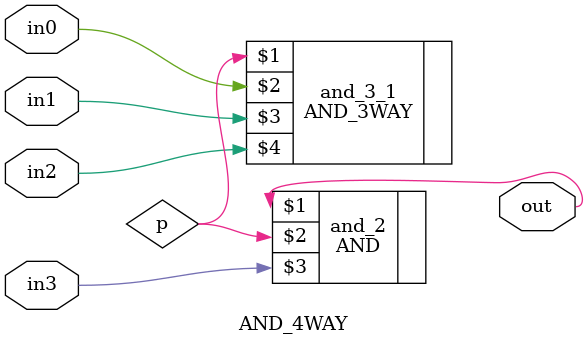
<source format=v>
module AND_4WAY(out,in0,in1,in2,in3);
output out;
input in0,in1,in2,in3;
wire p;
AND_3WAY and_3_1(p,in0,in1,in2);
AND and_2(out,p,in3);
endmodule

</source>
